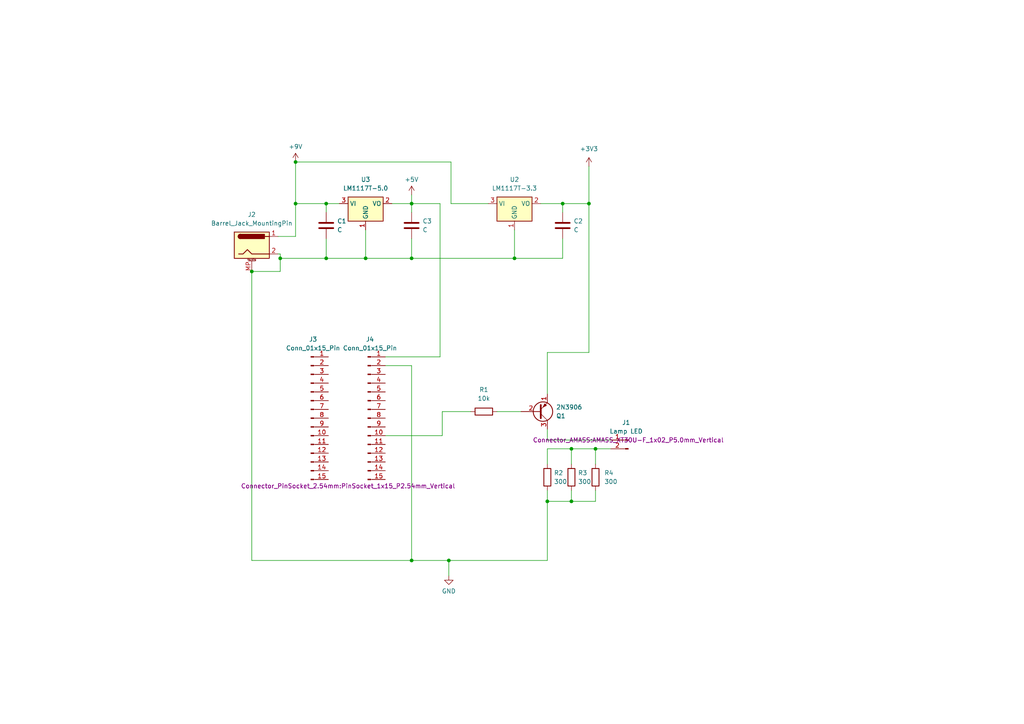
<source format=kicad_sch>
(kicad_sch (version 20230121) (generator eeschema)
  (paper "A4")
  (lib_symbols
    (symbol "Connector:Barrel_Jack_MountingPin" (pin_names hide)
      (property "Reference" "J" (at 0 5.334 0))
      (property "Value" "Barrel_Jack_MountingPin" (at 1.27 -6.35 0))
      (symbol "Barrel_Jack_MountingPin_0_1"
        (rectangle (start -5.08 3.81) (end 5.08 -3.81) (stroke (width 0.254)) (fill (type background)))
        (arc (start -3.302 3.175) (mid -3.9343 2.54) (end -3.302 1.905) (stroke (width 0.254)))
        (arc (start -3.302 3.175) (mid -3.9343 2.54) (end -3.302 1.905) (stroke (width 0.254)) (fill (type outline)))
        (polyline (pts (xy 5.08 2.54) (xy 3.81 2.54)) (stroke (width 0.254)))
        (polyline (pts (xy -3.81 -2.54) (xy -2.54 -2.54) (xy -1.27 -1.27) (xy 0 -2.54) (xy 2.54 -2.54) (xy 5.08 -2.54)) (stroke (width 0.254)))
        (rectangle (start 3.683 3.175) (end -3.302 1.905) (stroke (width 0.254)) (fill (type outline)))
      )
      (symbol "Barrel_Jack_MountingPin_1_1"
        (polyline (pts (xy -1.016 -4.572) (xy 1.016 -4.572)) (stroke (width 0.1524)))
        (text "Mounting" (at 0 -4.191 0) (effects (font (size 0.381 0.381))))
        (pin passive line (at 7.62 2.54 180) (length 2.54) (name "~") (number "1"))
        (pin passive line (at 7.62 -2.54 180) (length 2.54) (name "~") (number "2"))
        (pin passive line (at 0 -7.62 90) (length 3.048) (name "MountPin") (number "MP"))
      )
    )
    (symbol "Connector:Conn_01x02_Pin" (pin_names (offset 1.016) hide)
      (property "Reference" "J" (at 0 2.54 0))
      (property "Value" "Conn_01x02_Pin" (at 0 -5.08 0))
      (symbol "Conn_01x02_Pin_1_1"
        (polyline (pts (xy 1.27 -2.54) (xy 0.8636 -2.54)) (stroke (width 0.1524)))
        (polyline (pts (xy 1.27 0) (xy 0.8636 0)) (stroke (width 0.1524)))
        (rectangle (start 0.8636 -2.413) (end 0 -2.667) (stroke (width 0.1524)) (fill (type outline)))
        (rectangle (start 0.8636 0.127) (end 0 -0.127) (stroke (width 0.1524)) (fill (type outline)))
        (pin passive line (at 5.08 0 180) (length 3.81) (name "Pin_1") (number "1"))
        (pin passive line (at 5.08 -2.54 180) (length 3.81) (name "Pin_2") (number "2"))
      )
    )
    (symbol "Connector:Conn_01x15_Pin" (pin_names (offset 1.016) hide)
      (property "Reference" "J" (at 0 20.32 0))
      (property "Value" "Conn_01x15_Pin" (at 0 -20.32 0))
      (symbol "Conn_01x15_Pin_1_1"
        (polyline (pts (xy 1.27 -17.78) (xy 0.8636 -17.78)) (stroke (width 0.1524)))
        (polyline (pts (xy 1.27 -15.24) (xy 0.8636 -15.24)) (stroke (width 0.1524)))
        (polyline (pts (xy 1.27 -12.7) (xy 0.8636 -12.7)) (stroke (width 0.1524)))
        (polyline (pts (xy 1.27 -10.16) (xy 0.8636 -10.16)) (stroke (width 0.1524)))
        (polyline (pts (xy 1.27 -7.62) (xy 0.8636 -7.62)) (stroke (width 0.1524)))
        (polyline (pts (xy 1.27 -5.08) (xy 0.8636 -5.08)) (stroke (width 0.1524)))
        (polyline (pts (xy 1.27 -2.54) (xy 0.8636 -2.54)) (stroke (width 0.1524)))
        (polyline (pts (xy 1.27 0) (xy 0.8636 0)) (stroke (width 0.1524)))
        (polyline (pts (xy 1.27 2.54) (xy 0.8636 2.54)) (stroke (width 0.1524)))
        (polyline (pts (xy 1.27 5.08) (xy 0.8636 5.08)) (stroke (width 0.1524)))
        (polyline (pts (xy 1.27 7.62) (xy 0.8636 7.62)) (stroke (width 0.1524)))
        (polyline (pts (xy 1.27 10.16) (xy 0.8636 10.16)) (stroke (width 0.1524)))
        (polyline (pts (xy 1.27 12.7) (xy 0.8636 12.7)) (stroke (width 0.1524)))
        (polyline (pts (xy 1.27 15.24) (xy 0.8636 15.24)) (stroke (width 0.1524)))
        (polyline (pts (xy 1.27 17.78) (xy 0.8636 17.78)) (stroke (width 0.1524)))
        (rectangle (start 0.8636 -17.653) (end 0 -17.907) (stroke (width 0.1524)) (fill (type outline)))
        (rectangle (start 0.8636 -15.113) (end 0 -15.367) (stroke (width 0.1524)) (fill (type outline)))
        (rectangle (start 0.8636 -12.573) (end 0 -12.827) (stroke (width 0.1524)) (fill (type outline)))
        (rectangle (start 0.8636 -10.033) (end 0 -10.287) (stroke (width 0.1524)) (fill (type outline)))
        (rectangle (start 0.8636 -7.493) (end 0 -7.747) (stroke (width 0.1524)) (fill (type outline)))
        (rectangle (start 0.8636 -4.953) (end 0 -5.207) (stroke (width 0.1524)) (fill (type outline)))
        (rectangle (start 0.8636 -2.413) (end 0 -2.667) (stroke (width 0.1524)) (fill (type outline)))
        (rectangle (start 0.8636 0.127) (end 0 -0.127) (stroke (width 0.1524)) (fill (type outline)))
        (rectangle (start 0.8636 2.667) (end 0 2.413) (stroke (width 0.1524)) (fill (type outline)))
        (rectangle (start 0.8636 5.207) (end 0 4.953) (stroke (width 0.1524)) (fill (type outline)))
        (rectangle (start 0.8636 7.747) (end 0 7.493) (stroke (width 0.1524)) (fill (type outline)))
        (rectangle (start 0.8636 10.287) (end 0 10.033) (stroke (width 0.1524)) (fill (type outline)))
        (rectangle (start 0.8636 12.827) (end 0 12.573) (stroke (width 0.1524)) (fill (type outline)))
        (rectangle (start 0.8636 15.367) (end 0 15.113) (stroke (width 0.1524)) (fill (type outline)))
        (rectangle (start 0.8636 17.907) (end 0 17.653) (stroke (width 0.1524)) (fill (type outline)))
        (pin passive line (at 5.08 17.78 180) (length 3.81) (name "Pin_1") (number "1"))
        (pin passive line (at 5.08 -5.08 180) (length 3.81) (name "Pin_10") (number "10"))
        (pin passive line (at 5.08 -7.62 180) (length 3.81) (name "Pin_11") (number "11"))
        (pin passive line (at 5.08 -10.16 180) (length 3.81) (name "Pin_12") (number "12"))
        (pin passive line (at 5.08 -12.7 180) (length 3.81) (name "Pin_13") (number "13"))
        (pin passive line (at 5.08 -15.24 180) (length 3.81) (name "Pin_14") (number "14"))
        (pin passive line (at 5.08 -17.78 180) (length 3.81) (name "Pin_15") (number "15"))
        (pin passive line (at 5.08 15.24 180) (length 3.81) (name "Pin_2") (number "2"))
        (pin passive line (at 5.08 12.7 180) (length 3.81) (name "Pin_3") (number "3"))
        (pin passive line (at 5.08 10.16 180) (length 3.81) (name "Pin_4") (number "4"))
        (pin passive line (at 5.08 7.62 180) (length 3.81) (name "Pin_5") (number "5"))
        (pin passive line (at 5.08 5.08 180) (length 3.81) (name "Pin_6") (number "6"))
        (pin passive line (at 5.08 2.54 180) (length 3.81) (name "Pin_7") (number "7"))
        (pin passive line (at 5.08 0 180) (length 3.81) (name "Pin_8") (number "8"))
        (pin passive line (at 5.08 -2.54 180) (length 3.81) (name "Pin_9") (number "9"))
      )
    )
    (symbol "Device:C" (pin_numbers hide) (pin_names (offset 0.254))
      (property "Reference" "C" (at 0.635 2.54 0))
      (property "Value" "C" (at 0.635 -2.54 0))
      (symbol "C_0_1"
        (polyline (pts (xy -2.032 -0.762) (xy 2.032 -0.762)) (stroke (width 0.508)))
        (polyline (pts (xy -2.032 0.762) (xy 2.032 0.762)) (stroke (width 0.508)))
      )
      (symbol "C_1_1"
        (pin passive line (at 0 3.81 270) (length 2.794) (name "~") (number "1"))
        (pin passive line (at 0 -3.81 90) (length 2.794) (name "~") (number "2"))
      )
    )
    (symbol "Device:R" (pin_numbers hide) (pin_names (offset 0))
      (property "Reference" "R" (at 2.032 0 90))
      (property "Value" "R" (at 0 0 90))
      (symbol "R_0_1"
        (rectangle (start -1.016 -2.54) (end 1.016 2.54) (stroke (width 0.254)))
      )
      (symbol "R_1_1"
        (pin passive line (at 0 3.81 270) (length 1.27) (name "~") (number "1"))
        (pin passive line (at 0 -3.81 90) (length 1.27) (name "~") (number "2"))
      )
    )
    (symbol "Regulator_Linear:LM1117T-3.3"
      (property "Reference" "U" (at -3.81 3.175 0))
      (property "Value" "LM1117T-3.3" (at 0 3.175 0))
      (symbol "LM1117T-3.3_0_1"
        (rectangle (start -5.08 -5.08) (end 5.08 1.905) (stroke (width 0.254)) (fill (type background)))
      )
      (symbol "LM1117T-3.3_1_1"
        (pin power_in line (at 0 -7.62 90) (length 2.54) (name "GND") (number "1"))
        (pin power_out line (at 7.62 0 180) (length 2.54) (name "VO") (number "2"))
        (pin power_in line (at -7.62 0 0) (length 2.54) (name "VI") (number "3"))
      )
    )
    (symbol "Regulator_Linear:LM1117T-5.0"
      (property "Reference" "U" (at -3.81 3.175 0))
      (property "Value" "LM1117T-5.0" (at 0 3.175 0))
      (symbol "LM1117T-5.0_0_1"
        (rectangle (start -5.08 -5.08) (end 5.08 1.905) (stroke (width 0.254)) (fill (type background)))
      )
      (symbol "LM1117T-5.0_1_1"
        (pin power_in line (at 0 -7.62 90) (length 2.54) (name "GND") (number "1"))
        (pin power_out line (at 7.62 0 180) (length 2.54) (name "VO") (number "2"))
        (pin power_in line (at -7.62 0 0) (length 2.54) (name "VI") (number "3"))
      )
    )
    (symbol "Transistor_BJT:2N3906" (pin_names (offset 0) hide)
      (property "Reference" "Q" (at 5.08 1.905 0))
      (property "Value" "2N3906" (at 5.08 0 0))
      (symbol "2N3906_0_1"
        (polyline (pts (xy 0.635 0.635) (xy 2.54 2.54)))
        (polyline (pts (xy 0.635 -0.635) (xy 2.54 -2.54) (xy 2.54 -2.54)))
        (polyline (pts (xy 0.635 1.905) (xy 0.635 -1.905) (xy 0.635 -1.905)) (stroke (width 0.508)))
        (polyline (pts (xy 2.286 -1.778) (xy 1.778 -2.286) (xy 1.27 -1.27) (xy 2.286 -1.778) (xy 2.286 -1.778)) (fill (type outline)))
        (circle (center 1.27 0) (radius 2.8194) (stroke (width 0.254)))
      )
      (symbol "2N3906_1_1"
        (pin passive line (at 2.54 -5.08 90) (length 2.54) (name "E") (number "1"))
        (pin input line (at -5.08 0 0) (length 5.715) (name "B") (number "2"))
        (pin passive line (at 2.54 5.08 270) (length 2.54) (name "C") (number "3"))
      )
    )
    (symbol "power:+3V3" (power) (pin_names (offset 0))
      (property "Value" "+3V3" (at 0 3.556 0))
      (symbol "+3V3_0_1"
        (polyline (pts (xy -0.762 1.27) (xy 0 2.54)))
        (polyline (pts (xy 0 0) (xy 0 2.54)))
        (polyline (pts (xy 0 2.54) (xy 0.762 1.27)))
      )
      (symbol "+3V3_1_1"
        (pin power_in line (at 0 0 90) (length 0) hide (name "+3V3") (number "1"))
      )
    )
    (symbol "power:+5V" (power) (pin_names (offset 0))
      (property "Value" "+5V" (at 0 3.556 0))
      (symbol "+5V_0_1"
        (polyline (pts (xy -0.762 1.27) (xy 0 2.54)))
        (polyline (pts (xy 0 0) (xy 0 2.54)))
        (polyline (pts (xy 0 2.54) (xy 0.762 1.27)))
      )
      (symbol "+5V_1_1"
        (pin power_in line (at 0 0 90) (length 0) hide (name "+5V") (number "1"))
      )
    )
    (symbol "power:+9V" (power) (pin_names (offset 0))
      (property "Value" "+9V" (at 0 3.556 0))
      (symbol "+9V_0_1"
        (polyline (pts (xy -0.762 1.27) (xy 0 2.54)))
        (polyline (pts (xy 0 0) (xy 0 2.54)))
        (polyline (pts (xy 0 2.54) (xy 0.762 1.27)))
      )
      (symbol "+9V_1_1"
        (pin power_in line (at 0 0 90) (length 0) hide (name "+9V") (number "1"))
      )
    )
    (symbol "power:GND" (power) (pin_names (offset 0))
      (property "Value" "GND" (at 0 -3.81 0))
      (symbol "GND_0_1"
        (polyline (pts (xy 0 0) (xy 0 -1.27) (xy 1.27 -1.27) (xy 0 -2.54) (xy -1.27 -1.27) (xy 0 -1.27)))
      )
      (symbol "GND_1_1"
        (pin power_in line (at 0 0 270) (length 0) hide (name "GND") (number "1"))
      )
    )
  )
  (junction (at 172.72 130.175))
  (junction (at 85.725 46.99))
  (junction (at 165.735 145.415))
  (junction (at 165.735 130.175))
  (junction (at 149.225 74.93))
  (junction (at 94.615 59.055))
  (junction (at 73.025 78.74))
  (junction (at 119.38 74.93))
  (junction (at 106.045 74.93))
  (junction (at 94.615 74.93))
  (junction (at 163.195 59.055))
  (junction (at 130.175 162.56))
  (junction (at 170.815 59.055))
  (junction (at 85.725 59.055))
  (junction (at 158.75 145.415))
  (junction (at 119.38 162.56))
  (junction (at 119.38 59.055))
  (junction (at 81.28 74.93))
  (wire (pts (xy 158.75 124.46) (xy 158.75 127.635)))
  (wire (pts (xy 73.025 78.74) (xy 73.025 162.56)))
  (wire (pts (xy 165.735 130.175) (xy 165.735 134.62)))
  (wire (pts (xy 158.75 127.635) (xy 177.165 127.635)))
  (wire (pts (xy 106.045 74.93) (xy 94.615 74.93)))
  (wire (pts (xy 163.195 69.215) (xy 163.195 74.93)))
  (wire (pts (xy 119.38 59.055) (xy 119.38 61.595)))
  (wire (pts (xy 80.645 68.58) (xy 85.725 68.58)))
  (wire (pts (xy 156.845 59.055) (xy 163.195 59.055)))
  (wire (pts (xy 165.735 142.24) (xy 165.735 145.415)))
  (wire (pts (xy 127.635 103.505) (xy 127.635 59.055)))
  (wire (pts (xy 111.76 106.045) (xy 119.38 106.045)))
  (wire (pts (xy 149.225 74.93) (xy 119.38 74.93)))
  (wire (pts (xy 94.615 59.055) (xy 94.615 61.595)))
  (wire (pts (xy 85.725 68.58) (xy 85.725 59.055)))
  (wire (pts (xy 81.28 73.66) (xy 80.645 73.66)))
  (wire (pts (xy 81.28 78.74) (xy 81.28 74.93)))
  (wire (pts (xy 127.635 59.055) (xy 119.38 59.055)))
  (wire (pts (xy 177.165 130.175) (xy 172.72 130.175)))
  (wire (pts (xy 85.725 46.99) (xy 85.725 59.055)))
  (wire (pts (xy 111.76 103.505) (xy 127.635 103.505)))
  (wire (pts (xy 158.75 130.175) (xy 158.75 134.62)))
  (wire (pts (xy 158.75 145.415) (xy 158.75 142.24)))
  (wire (pts (xy 170.815 59.055) (xy 170.815 102.235)))
  (wire (pts (xy 113.665 59.055) (xy 119.38 59.055)))
  (wire (pts (xy 73.025 162.56) (xy 119.38 162.56)))
  (wire (pts (xy 94.615 59.055) (xy 98.425 59.055)))
  (wire (pts (xy 81.28 74.93) (xy 81.28 73.66)))
  (wire (pts (xy 130.81 59.055) (xy 130.81 46.99)))
  (wire (pts (xy 94.615 69.215) (xy 94.615 74.93)))
  (wire (pts (xy 119.38 162.56) (xy 130.175 162.56)))
  (wire (pts (xy 158.75 102.235) (xy 158.75 114.3)))
  (wire (pts (xy 119.38 74.93) (xy 106.045 74.93)))
  (wire (pts (xy 172.72 130.175) (xy 172.72 134.62)))
  (wire (pts (xy 149.225 74.93) (xy 163.195 74.93)))
  (wire (pts (xy 73.025 78.74) (xy 81.28 78.74)))
  (wire (pts (xy 130.175 162.56) (xy 158.75 162.56)))
  (wire (pts (xy 163.195 59.055) (xy 163.195 61.595)))
  (wire (pts (xy 144.145 119.38) (xy 151.13 119.38)))
  (wire (pts (xy 111.76 126.365) (xy 128.27 126.365)))
  (wire (pts (xy 149.225 66.675) (xy 149.225 74.93)))
  (wire (pts (xy 128.27 119.38) (xy 128.27 126.365)))
  (wire (pts (xy 165.735 130.175) (xy 158.75 130.175)))
  (wire (pts (xy 141.605 59.055) (xy 130.81 59.055)))
  (wire (pts (xy 85.725 59.055) (xy 94.615 59.055)))
  (wire (pts (xy 172.72 145.415) (xy 165.735 145.415)))
  (wire (pts (xy 172.72 130.175) (xy 165.735 130.175)))
  (wire (pts (xy 170.815 102.235) (xy 158.75 102.235)))
  (wire (pts (xy 130.175 162.56) (xy 130.175 167.005)))
  (wire (pts (xy 106.045 66.675) (xy 106.045 74.93)))
  (wire (pts (xy 81.28 74.93) (xy 94.615 74.93)))
  (wire (pts (xy 119.38 59.055) (xy 119.38 56.515)))
  (wire (pts (xy 136.525 119.38) (xy 128.27 119.38)))
  (wire (pts (xy 130.81 46.99) (xy 85.725 46.99)))
  (wire (pts (xy 165.735 145.415) (xy 158.75 145.415)))
  (wire (pts (xy 170.815 48.26) (xy 170.815 59.055)))
  (wire (pts (xy 163.195 59.055) (xy 170.815 59.055)))
  (wire (pts (xy 119.38 69.215) (xy 119.38 74.93)))
  (wire (pts (xy 158.75 162.56) (xy 158.75 145.415)))
  (wire (pts (xy 119.38 106.045) (xy 119.38 162.56)))
  (wire (pts (xy 172.72 142.24) (xy 172.72 145.415)))
  (symbol (lib_id "power:+3V3") (at 170.815 48.26 0) (unit 1)
    (property "Reference" "#PWR03" (effects hide))
    (property "Value" "+3V3" (at 170.815 43.18 0))
  )
  (symbol (lib_id "Device:R") (at 172.72 138.43 0) (unit 1)
    (property "Reference" "R4" (at 175.26 137.16 0) (effects (justify left)))
    (property "Value" "300" (at 175.26 139.7 0) (effects (justify left)))
    (property "Footprint" "Resistor_THT:R_Axial_DIN0207_L6.3mm_D2.5mm_P10.16mm_Horizontal" (effects hide))
  )
  (symbol (lib_id "power:+9V") (at 85.725 46.99 0) (unit 1)
    (property "Reference" "#PWR04" (effects hide))
    (property "Value" "+9V" (at 85.725 42.545 0))
  )
  (symbol (lib_id "Transistor_BJT:2N3906") (at 156.21 119.38 0) (mirror x) (unit 1)
    (property "Reference" "Q1" (at 161.29 120.65 0) (effects (justify left)))
    (property "Value" "2N3906" (at 161.29 118.11 0) (effects (justify left)))
    (property "Footprint" "Package_TO_SOT_THT:TO-92_Inline" (effects hide))
    (property "Datasheet" "https://www.onsemi.com/pub/Collateral/2N3906-D.PDF" (effects hide))
  )
  (symbol (lib_id "power:GND") (at 130.175 167.005 0) (unit 1)
    (property "Reference" "#PWR01" (effects hide))
    (property "Value" "GND" (at 130.175 171.45 0))
  )
  (symbol (lib_id "Device:R") (at 165.735 138.43 0) (unit 1)
    (property "Reference" "R3" (at 167.64 137.16 0) (effects (justify left)))
    (property "Value" "300" (at 167.64 139.7 0) (effects (justify left)))
    (property "Footprint" "Resistor_THT:R_Axial_DIN0207_L6.3mm_D2.5mm_P10.16mm_Horizontal" (effects hide))
  )
  (symbol (lib_id "Device:C") (at 163.195 65.405 0) (unit 1)
    (property "Reference" "C2" (at 166.37 64.135 0) (effects (justify left)))
    (property "Value" "C" (at 166.37 66.675 0) (effects (justify left)))
    (property "Footprint" "Capacitor_THT:C_Radial_D5.0mm_H11.0mm_P2.00mm" (effects hide))
  )
  (symbol (lib_id "Connector:Conn_01x15_Pin") (at 90.17 121.285 0) (unit 1)
    (property "Reference" "J3" (at 90.805 98.425 0))
    (property "Value" "Conn_01x15_Pin" (at 90.805 100.965 0))
    (property "Footprint" "Connector_PinSocket_2.54mm:PinSocket_1x15_P2.54mm_Vertical" (effects hide))
  )
  (symbol (lib_id "Device:C") (at 119.38 65.405 0) (unit 1)
    (property "Reference" "C3" (at 122.555 64.135 0) (effects (justify left)))
    (property "Value" "C" (at 122.555 66.675 0) (effects (justify left)))
    (property "Footprint" "Capacitor_THT:C_Radial_D5.0mm_H11.0mm_P2.00mm" (effects hide))
  )
  (symbol (lib_id "Connector:Conn_01x15_Pin") (at 106.68 121.285 0) (unit 1)
    (property "Reference" "J4" (at 107.315 98.425 0))
    (property "Value" "Conn_01x15_Pin" (at 107.315 100.965 0))
    (property "Footprint" "Connector_PinSocket_2.54mm:PinSocket_1x15_P2.54mm_Vertical" (at 100.965 140.97 0))
  )
  (symbol (lib_id "Device:R") (at 158.75 138.43 0) (unit 1)
    (property "Reference" "R2" (at 160.655 137.16 0) (effects (justify left)))
    (property "Value" "300" (at 160.655 139.7 0) (effects (justify left)))
    (property "Footprint" "Resistor_THT:R_Axial_DIN0207_L6.3mm_D2.5mm_P10.16mm_Horizontal" (effects hide))
  )
  (symbol (lib_id "Device:R") (at 140.335 119.38 90) (unit 1)
    (property "Reference" "R1" (at 140.335 113.03 90))
    (property "Value" "10k" (at 140.335 115.57 90))
    (property "Footprint" "Resistor_THT:R_Axial_DIN0207_L6.3mm_D2.5mm_P10.16mm_Horizontal" (effects hide))
  )
  (symbol (lib_id "Connector:Barrel_Jack_MountingPin") (at 73.025 71.12 0) (unit 1)
    (property "Reference" "J2" (at 73.025 62.23 0))
    (property "Value" "Barrel_Jack_MountingPin" (at 73.025 64.77 0))
    (property "Footprint" "Connector_BarrelJack:BarrelJack_Horizontal" (effects hide))
  )
  (symbol (lib_id "power:+5V") (at 119.38 56.515 0) (unit 1)
    (property "Reference" "#PWR02" (effects hide))
    (property "Value" "+5V" (at 119.38 52.07 0))
  )
  (symbol (lib_id "Regulator_Linear:LM1117T-3.3") (at 149.225 59.055 0) (unit 1)
    (property "Reference" "U2" (at 149.225 52.07 0))
    (property "Value" "LM1117T-3.3" (at 149.225 54.61 0))
    (property "Footprint" "Package_TO_SOT_THT:TO-220-3_Horizontal_TabDown" (effects hide))
    (property "Datasheet" "http://www.ti.com/lit/ds/symlink/lm1117.pdf" (effects hide))
  )
  (symbol (lib_id "Connector:Conn_01x02_Pin") (at 182.245 127.635 0) (mirror y) (unit 1)
    (property "Reference" "J1" (at 181.61 122.555 0))
    (property "Value" "Lamp LED" (at 181.61 125.095 0))
    (property "Footprint" "Connector_AMASS:AMASS_XT30U-F_1x02_P5.0mm_Vertical" (at 182.245 127.635 0))
  )
  (symbol (lib_id "Regulator_Linear:LM1117T-5.0") (at 106.045 59.055 0) (unit 1)
    (property "Reference" "U3" (at 106.045 52.07 0))
    (property "Value" "LM1117T-5.0" (at 106.045 54.61 0))
    (property "Footprint" "Package_TO_SOT_THT:TO-220-3_Horizontal_TabDown" (effects hide))
    (property "Datasheet" "http://www.ti.com/lit/ds/symlink/lm1117.pdf" (effects hide))
  )
  (symbol (lib_id "Device:C") (at 94.615 65.405 0) (unit 1)
    (property "Reference" "C1" (at 97.79 64.135 0) (effects (justify left)))
    (property "Value" "C" (at 97.79 66.675 0) (effects (justify left)))
    (property "Footprint" "Capacitor_THT:C_Radial_D5.0mm_H11.0mm_P2.00mm" (effects hide))
  )
)
</source>
